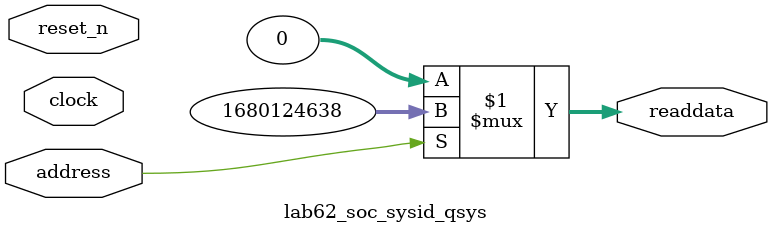
<source format=v>



// synthesis translate_off
`timescale 1ns / 1ps
// synthesis translate_on

// turn off superfluous verilog processor warnings 
// altera message_level Level1 
// altera message_off 10034 10035 10036 10037 10230 10240 10030 

module lab62_soc_sysid_qsys (
               // inputs:
                address,
                clock,
                reset_n,

               // outputs:
                readdata
             )
;

  output  [ 31: 0] readdata;
  input            address;
  input            clock;
  input            reset_n;

  wire    [ 31: 0] readdata;
  //control_slave, which is an e_avalon_slave
  assign readdata = address ? 1680124638 : 0;

endmodule



</source>
